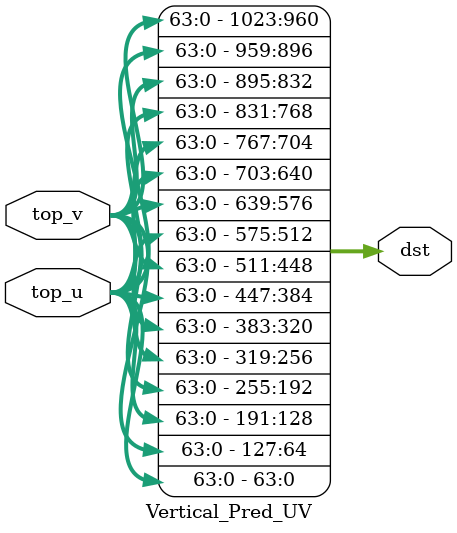
<source format=v>

`timescale 1ns/100ps

module Vertical_Pred_UV#(
 parameter BIT_WIDTH    = 8
,parameter BLOCK_SIZE   = 8
,parameter UV_SIZE      = 16
)(
 input      [BIT_WIDTH * BLOCK_SIZE - 1 : 0]            top_u
,input      [BIT_WIDTH * BLOCK_SIZE - 1 : 0]            top_v
,output     [BIT_WIDTH * BLOCK_SIZE * UV_SIZE - 1 : 0]  dst
);

genvar i,j;

generate

for(j = 0; j < BLOCK_SIZE; j = j + 1)begin
    for(i = 0; i < BLOCK_SIZE; i = i + 1)begin
        assign dst[(j * UV_SIZE + i) * BIT_WIDTH + 7 : (j * UV_SIZE + i) * BIT_WIDTH] = 
            top_u[i * BIT_WIDTH + 7 : i * BIT_WIDTH];
        assign dst[(j * UV_SIZE + i + 8) * BIT_WIDTH + 7 : (j * UV_SIZE + i + 8) * BIT_WIDTH] = 
            top_v[i * BIT_WIDTH + 7 : i * BIT_WIDTH];
    end
end

endgenerate

endmodule

</source>
